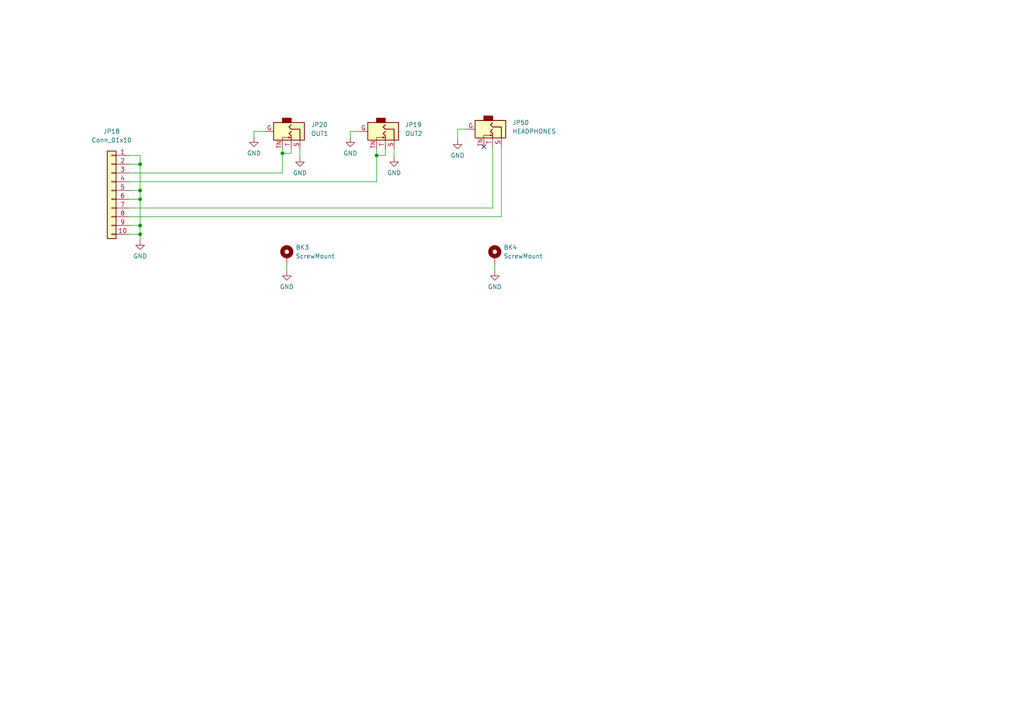
<source format=kicad_sch>
(kicad_sch (version 20211123) (generator eeschema)
  (paper "A4")
  (lib_symbols
    (symbol "Connector:AudioJack2_Ground_SwitchT"
      (property "Reference" "J" (at 0 8.89 0))
      (property "Value" "AudioJack2_Ground_SwitchT" (at 0 6.35 0))
      (symbol "AudioJack2_Ground_SwitchT_0_1"
        (rectangle (start -2.54 0) (end -3.81 -2.54) (stroke (width 0.254)) (fill (type outline)))
        (polyline (pts (xy 1.778 -0.254) (xy 2.032 -0.762)))
        (polyline (pts (xy 0 0) (xy 0.635 -0.635) (xy 1.27 0) (xy 2.54 0)) (stroke (width 0.254)))
        (polyline (pts (xy 2.54 -2.54) (xy 1.778 -2.54) (xy 1.778 -0.254) (xy 1.524 -0.762)))
        (polyline (pts (xy 2.54 2.54) (xy -0.635 2.54) (xy -0.635 0) (xy -1.27 -0.635) (xy -1.905 0)) (stroke (width 0.254)))
        (rectangle (start 2.54 3.81) (end -2.54 -5.08) (stroke (width 0.254)) (fill (type background)))
      )
      (symbol "AudioJack2_Ground_SwitchT_1_1"
        (pin passive line (at 0 -7.62 90) (length 2.54) (name "~") (number "G"))
        (pin passive line (at 5.08 2.54 180) (length 2.54) (name "~") (number "S"))
        (pin passive line (at 5.08 0 180) (length 2.54) (name "~") (number "T"))
        (pin passive line (at 5.08 -2.54 180) (length 2.54) (name "~") (number "TN"))
      )
    )
    (symbol "Connector_Generic:Conn_01x10" (pin_names (offset 1.016) hide)
      (property "Reference" "J" (at 0 12.7 0))
      (property "Value" "Conn_01x10" (at 0 -15.24 0))
      (symbol "Conn_01x10_1_1"
        (rectangle (start -1.27 -12.573) (end 0 -12.827) (stroke (width 0.1524)))
        (rectangle (start -1.27 -10.033) (end 0 -10.287) (stroke (width 0.1524)))
        (rectangle (start -1.27 -7.493) (end 0 -7.747) (stroke (width 0.1524)))
        (rectangle (start -1.27 -4.953) (end 0 -5.207) (stroke (width 0.1524)))
        (rectangle (start -1.27 -2.413) (end 0 -2.667) (stroke (width 0.1524)))
        (rectangle (start -1.27 0.127) (end 0 -0.127) (stroke (width 0.1524)))
        (rectangle (start -1.27 2.667) (end 0 2.413) (stroke (width 0.1524)))
        (rectangle (start -1.27 5.207) (end 0 4.953) (stroke (width 0.1524)))
        (rectangle (start -1.27 7.747) (end 0 7.493) (stroke (width 0.1524)))
        (rectangle (start -1.27 10.287) (end 0 10.033) (stroke (width 0.1524)))
        (rectangle (start -1.27 11.43) (end 1.27 -13.97) (stroke (width 0.254)) (fill (type background)))
        (pin passive line (at -5.08 10.16 0) (length 3.81) (name "Pin_1") (number "1"))
        (pin passive line (at -5.08 -12.7 0) (length 3.81) (name "Pin_10") (number "10"))
        (pin passive line (at -5.08 7.62 0) (length 3.81) (name "Pin_2") (number "2"))
        (pin passive line (at -5.08 5.08 0) (length 3.81) (name "Pin_3") (number "3"))
        (pin passive line (at -5.08 2.54 0) (length 3.81) (name "Pin_4") (number "4"))
        (pin passive line (at -5.08 0 0) (length 3.81) (name "Pin_5") (number "5"))
        (pin passive line (at -5.08 -2.54 0) (length 3.81) (name "Pin_6") (number "6"))
        (pin passive line (at -5.08 -5.08 0) (length 3.81) (name "Pin_7") (number "7"))
        (pin passive line (at -5.08 -7.62 0) (length 3.81) (name "Pin_8") (number "8"))
        (pin passive line (at -5.08 -10.16 0) (length 3.81) (name "Pin_9") (number "9"))
      )
    )
    (symbol "Mechanical:MountingHole_Pad" (pin_numbers hide) (pin_names (offset 1.016) hide)
      (property "Reference" "H" (at 0 6.35 0))
      (property "Value" "MountingHole_Pad" (at 0 4.445 0))
      (symbol "MountingHole_Pad_0_1"
        (circle (center 0 1.27) (radius 1.27) (stroke (width 1.27)))
      )
      (symbol "MountingHole_Pad_1_1"
        (pin input line (at 0 -2.54 90) (length 2.54) (name "1") (number "1"))
      )
    )
    (symbol "power:GND" (power) (pin_names (offset 0))
      (property "Value" "GND" (at 0 -3.81 0))
      (symbol "GND_0_1"
        (polyline (pts (xy 0 0) (xy 0 -1.27) (xy 1.27 -1.27) (xy 0 -2.54) (xy -1.27 -1.27) (xy 0 -1.27)))
      )
      (symbol "GND_1_1"
        (pin power_in line (at 0 0 270) (length 0) hide (name "GND") (number "1"))
      )
    )
  )
  (junction (at 109.22 45.085))
  (junction (at 40.64 47.625))
  (junction (at 40.64 65.405))
  (junction (at 40.64 67.945))
  (junction (at 40.64 57.785))
  (junction (at 81.915 44.45))
  (junction (at 40.64 55.245))
  (no_connect (at 140.335 42.545))
  (wire (pts (xy 37.465 52.705) (xy 109.22 52.705)))
  (wire (pts (xy 81.915 50.165) (xy 37.465 50.165)))
  (wire (pts (xy 109.22 52.705) (xy 109.22 45.085)))
  (wire (pts (xy 81.915 44.45) (xy 84.455 44.45)))
  (wire (pts (xy 109.22 43.18) (xy 109.22 45.085)))
  (wire (pts (xy 132.715 40.64) (xy 132.715 37.465)))
  (wire (pts (xy 143.51 76.835) (xy 143.51 78.74)))
  (wire (pts (xy 37.465 57.785) (xy 40.64 57.785)))
  (wire (pts (xy 83.185 76.835) (xy 83.185 78.74)))
  (wire (pts (xy 37.465 67.945) (xy 40.64 67.945)))
  (wire (pts (xy 40.64 67.945) (xy 40.64 65.405)))
  (wire (pts (xy 132.715 37.465) (xy 135.255 37.465)))
  (wire (pts (xy 37.465 45.085) (xy 40.64 45.085)))
  (wire (pts (xy 81.915 43.18) (xy 81.915 44.45)))
  (wire (pts (xy 142.875 60.325) (xy 37.465 60.325)))
  (wire (pts (xy 40.64 65.405) (xy 37.465 65.405)))
  (wire (pts (xy 145.415 62.865) (xy 145.415 42.545)))
  (wire (pts (xy 86.995 43.18) (xy 86.995 45.72)))
  (wire (pts (xy 109.22 45.085) (xy 111.76 45.085)))
  (wire (pts (xy 40.64 57.785) (xy 40.64 65.405)))
  (wire (pts (xy 73.66 40.005) (xy 73.66 38.1)))
  (wire (pts (xy 37.465 47.625) (xy 40.64 47.625)))
  (wire (pts (xy 73.66 38.1) (xy 76.835 38.1)))
  (wire (pts (xy 111.76 43.18) (xy 111.76 45.085)))
  (wire (pts (xy 114.3 43.18) (xy 114.3 45.72)))
  (wire (pts (xy 40.64 45.085) (xy 40.64 47.625)))
  (wire (pts (xy 40.64 55.245) (xy 40.64 57.785)))
  (wire (pts (xy 40.64 69.85) (xy 40.64 67.945)))
  (wire (pts (xy 81.915 44.45) (xy 81.915 50.165)))
  (wire (pts (xy 40.64 47.625) (xy 40.64 55.245)))
  (wire (pts (xy 101.6 40.005) (xy 101.6 38.1)))
  (wire (pts (xy 84.455 44.45) (xy 84.455 43.18)))
  (wire (pts (xy 142.875 42.545) (xy 142.875 60.325)))
  (wire (pts (xy 101.6 38.1) (xy 104.14 38.1)))
  (wire (pts (xy 37.465 55.245) (xy 40.64 55.245)))
  (wire (pts (xy 37.465 62.865) (xy 145.415 62.865)))
  (symbol (lib_id "power:GND") (at 40.64 69.85 0) (unit 1)
    (property "Reference" "#PWR0105" (effects hide))
    (property "Value" "GND" (at 40.64 74.295 0))
  )
  (symbol (lib_id "power:GND") (at 143.51 78.74 0) (unit 1)
    (property "Reference" "#PWR0106" (effects hide))
    (property "Value" "GND" (at 143.51 83.185 0))
  )
  (symbol (lib_id "Mechanical:MountingHole_Pad") (at 83.185 74.295 0) (unit 1)
    (property "Reference" "BK3" (at 85.725 71.7549 0) (effects (justify left)))
    (property "Value" "ScrewMount" (at 85.725 74.2949 0) (effects (justify left)))
    (property "Footprint" "components:screw-mount" (effects hide))
  )
  (symbol (lib_id "power:GND") (at 132.715 40.64 0) (unit 1)
    (property "Reference" "#PWR0104" (effects hide))
    (property "Value" "GND" (at 132.715 45.085 0))
  )
  (symbol (lib_id "Connector:AudioJack2_Ground_SwitchT") (at 84.455 38.1 270) (unit 1)
    (property "Reference" "JP20" (at 90.17 36.1949 90) (effects (justify left)))
    (property "Value" "OUT1" (at 90.17 38.7349 90) (effects (justify left)))
    (property "Footprint" "components:Jack 6.35mm PJ603" (effects hide))
  )
  (symbol (lib_id "Connector:AudioJack2_Ground_SwitchT") (at 111.76 38.1 270) (unit 1)
    (property "Reference" "JP19" (at 117.475 36.1949 90) (effects (justify left)))
    (property "Value" "OUT2" (at 117.475 38.7349 90) (effects (justify left)))
    (property "Footprint" "components:Jack 6.35mm PJ603" (effects hide))
  )
  (symbol (lib_id "Connector_Generic:Conn_01x10") (at 32.385 55.245 0) (mirror y) (unit 1)
    (property "Reference" "JP18" (at 32.385 38.1 0))
    (property "Value" "Conn_01x10" (at 32.385 40.64 0))
    (property "Footprint" "components:HLW10S-2C7LF" (effects hide))
  )
  (symbol (lib_id "power:GND") (at 83.185 78.74 0) (unit 1)
    (property "Reference" "#PWR0108" (effects hide))
    (property "Value" "GND" (at 83.185 83.185 0))
  )
  (symbol (lib_id "power:GND") (at 101.6 40.005 0) (unit 1)
    (property "Reference" "#PWR0102" (effects hide))
    (property "Value" "GND" (at 101.6 44.45 0))
  )
  (symbol (lib_id "Mechanical:MountingHole_Pad") (at 143.51 74.295 0) (unit 1)
    (property "Reference" "BK4" (at 146.05 71.7549 0) (effects (justify left)))
    (property "Value" "ScrewMount" (at 146.05 74.2949 0) (effects (justify left)))
    (property "Footprint" "components:screw-mount" (effects hide))
  )
  (symbol (lib_id "Connector:AudioJack2_Ground_SwitchT") (at 142.875 37.465 270) (unit 1)
    (property "Reference" "JP50" (at 148.59 35.5599 90) (effects (justify left)))
    (property "Value" "HEADPHONES" (at 148.59 38.0999 90) (effects (justify left)))
    (property "Footprint" "components:Jack 6.35mm PJ603" (effects hide))
  )
  (symbol (lib_id "power:GND") (at 73.66 40.005 0) (unit 1)
    (property "Reference" "#PWR0101" (effects hide))
    (property "Value" "GND" (at 73.66 44.45 0))
  )
  (symbol (lib_id "power:GND") (at 86.995 45.72 0) (unit 1)
    (property "Reference" "#PWR0107" (effects hide))
    (property "Value" "GND" (at 86.995 50.165 0))
  )
  (symbol (lib_id "power:GND") (at 114.3 45.72 0) (unit 1)
    (property "Reference" "#PWR0103" (effects hide))
    (property "Value" "GND" (at 114.3 50.165 0))
  )
)
</source>
